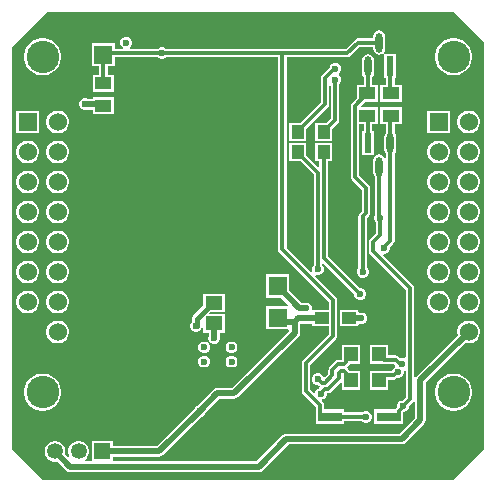
<source format=gbl>
G04*
G04 #@! TF.GenerationSoftware,Altium Limited,Altium Designer,22.3.1 (43)*
G04*
G04 Layer_Physical_Order=4*
G04 Layer_Color=16711680*
%FSLAX25Y25*%
%MOIN*%
G70*
G04*
G04 #@! TF.SameCoordinates,2B40A856-6C47-4DC4-A76D-FC4A54A6A395*
G04*
G04*
G04 #@! TF.FilePolarity,Positive*
G04*
G01*
G75*
%ADD11C,0.01575*%
%ADD20R,0.06127X0.05924*%
%ADD28R,0.05924X0.06127*%
%ADD44C,0.01968*%
%ADD45C,0.01181*%
%ADD47R,0.06024X0.06024*%
%ADD48C,0.06024*%
%ADD49C,0.05315*%
%ADD50R,0.05315X0.05315*%
%ADD51C,0.10827*%
%ADD52C,0.02362*%
%ADD53C,0.01968*%
%ADD54R,0.04528X0.04528*%
%ADD55R,0.04528X0.03937*%
%ADD56R,0.04182X0.04553*%
%ADD57R,0.02410X0.06524*%
G04:AMPARAMS|DCode=58|XSize=65.24mil|YSize=24.1mil|CornerRadius=12.05mil|HoleSize=0mil|Usage=FLASHONLY|Rotation=270.000|XOffset=0mil|YOffset=0mil|HoleType=Round|Shape=RoundedRectangle|*
%AMROUNDEDRECTD58*
21,1,0.06524,0.00000,0,0,270.0*
21,1,0.04114,0.02410,0,0,270.0*
1,1,0.02410,0.00000,-0.02057*
1,1,0.02410,0.00000,0.02057*
1,1,0.02410,0.00000,0.02057*
1,1,0.02410,0.00000,-0.02057*
%
%ADD58ROUNDEDRECTD58*%
%ADD59R,0.05709X0.04528*%
%ADD60R,0.05512X0.04134*%
%ADD61R,0.07874X0.03150*%
G36*
X159449Y136417D02*
Y787D01*
X149016Y-9646D01*
X12402D01*
X1969Y787D01*
Y134843D01*
X13583Y146457D01*
X149409D01*
X159449Y136417D01*
D02*
G37*
%LPC*%
G36*
X124409Y140311D02*
X123632Y140156D01*
X122973Y139716D01*
X122533Y139057D01*
X122378Y138280D01*
Y137628D01*
X117325D01*
X116787Y137521D01*
X116332Y137216D01*
X113237Y134122D01*
X53387D01*
X53123Y134385D01*
X52399Y134685D01*
X51616D01*
X50893Y134385D01*
X50629Y134122D01*
X41496D01*
X41408Y134291D01*
X41342Y134622D01*
X41826Y135105D01*
X42126Y135829D01*
Y136612D01*
X41826Y137336D01*
X41273Y137889D01*
X40549Y138189D01*
X39766D01*
X39042Y137889D01*
X38489Y137336D01*
X38189Y136612D01*
Y135829D01*
X38489Y135105D01*
X38973Y134622D01*
X38907Y134291D01*
X38819Y134122D01*
X36331D01*
Y136030D01*
X28629D01*
Y128531D01*
X31075D01*
Y125492D01*
X28937D01*
Y119783D01*
X36024D01*
Y125492D01*
X33885D01*
Y128531D01*
X36331D01*
Y131312D01*
X50629D01*
X50893Y131048D01*
X51616Y130748D01*
X52399D01*
X53123Y131048D01*
X53387Y131312D01*
X90721D01*
Y67323D01*
X90828Y66785D01*
X91132Y66329D01*
X107650Y49812D01*
Y47244D01*
X102430D01*
X102165Y47245D01*
X101969Y47662D01*
Y48029D01*
X101669Y48753D01*
X101115Y49307D01*
X100392Y49606D01*
X99608D01*
X99399Y49520D01*
X98606D01*
X94304Y53822D01*
Y58969D01*
X86805D01*
Y51267D01*
X91749D01*
X94177Y48839D01*
X93970Y48339D01*
X86805D01*
Y40637D01*
X94069D01*
X94276Y40137D01*
X75311Y21173D01*
X75285D01*
X75045Y21272D01*
X74261D01*
X73870Y21110D01*
X70485D01*
X69794Y20973D01*
X69208Y20581D01*
X63843Y15217D01*
X63452Y15055D01*
X62898Y14501D01*
X62736Y14109D01*
X50386Y1759D01*
X45119D01*
X44882Y1806D01*
X35531D01*
Y3445D01*
X28642D01*
Y-3312D01*
X26366D01*
X26232Y-2812D01*
X26328Y-2757D01*
X26969Y-2115D01*
X27423Y-1330D01*
X27657Y-453D01*
Y453D01*
X27423Y1330D01*
X26969Y2115D01*
X26328Y2757D01*
X25542Y3210D01*
X24666Y3445D01*
X23759D01*
X22883Y3210D01*
X22097Y2757D01*
X21456Y2115D01*
X21002Y1330D01*
X20768Y453D01*
Y-453D01*
X21002Y-1330D01*
X21102Y-1501D01*
X20701Y-1808D01*
X19691Y-798D01*
X19783Y-453D01*
Y453D01*
X19549Y1330D01*
X19095Y2115D01*
X18454Y2757D01*
X17668Y3210D01*
X16792Y3445D01*
X15885D01*
X15009Y3210D01*
X14223Y2757D01*
X13582Y2115D01*
X13128Y1330D01*
X12894Y453D01*
Y-453D01*
X13128Y-1330D01*
X13582Y-2115D01*
X14223Y-2757D01*
X15009Y-3210D01*
X15885Y-3445D01*
X16792D01*
X17137Y-3353D01*
X20179Y-6395D01*
X20765Y-6787D01*
X21457Y-6925D01*
X84252D01*
X84943Y-6787D01*
X85529Y-6395D01*
X94252Y2327D01*
X131890D01*
X132581Y2465D01*
X133167Y2857D01*
X139466Y9156D01*
X139858Y9742D01*
X139995Y10433D01*
Y23031D01*
X153125Y36161D01*
X153712Y36004D01*
X154713D01*
X155679Y36263D01*
X156545Y36763D01*
X157253Y37470D01*
X157753Y38337D01*
X158012Y39303D01*
Y40303D01*
X157753Y41270D01*
X157253Y42136D01*
X156545Y42843D01*
X155679Y43343D01*
X154713Y43602D01*
X153712D01*
X152746Y43343D01*
X151880Y42843D01*
X151172Y42136D01*
X150672Y41270D01*
X150413Y40303D01*
Y39303D01*
X150571Y38716D01*
X136912Y25057D01*
X136813Y24909D01*
X136134Y24788D01*
X136051Y24847D01*
Y54528D01*
X135944Y55065D01*
X135639Y55521D01*
X125728Y65432D01*
X125935Y65932D01*
X126376D01*
X127099Y66232D01*
X127653Y66786D01*
X127953Y67509D01*
Y68090D01*
X129143Y69280D01*
X129448Y69736D01*
X129555Y70274D01*
Y99244D01*
X129586Y99265D01*
X130026Y99924D01*
X130181Y100701D01*
Y104815D01*
X130026Y105593D01*
X129586Y106252D01*
X129555Y106273D01*
Y108957D01*
X131890D01*
Y114665D01*
X124803D01*
Y108957D01*
X126745D01*
Y106273D01*
X126713Y106252D01*
X126273Y105593D01*
X126118Y104815D01*
Y100701D01*
X126273Y99924D01*
X126713Y99265D01*
X126745Y99244D01*
Y97860D01*
X126484Y97777D01*
X126245Y97776D01*
X125846Y98373D01*
X125187Y98814D01*
X124409Y98968D01*
X123632Y98814D01*
X123339Y98618D01*
X123042Y98419D01*
X122662Y98739D01*
X122662Y99200D01*
Y106807D01*
X122074D01*
Y108957D01*
X124016D01*
Y114665D01*
X118487D01*
X118295Y115127D01*
X119605Y116437D01*
X124016D01*
Y122146D01*
X122074D01*
Y124830D01*
X122106Y124851D01*
X122546Y125510D01*
X122701Y126287D01*
Y130401D01*
X122546Y131179D01*
X122106Y131838D01*
X121447Y132278D01*
X120669Y132433D01*
X119892Y132278D01*
X119233Y131838D01*
X118792Y131179D01*
X118638Y130401D01*
Y126287D01*
X118792Y125510D01*
X119233Y124851D01*
X119264Y124830D01*
Y122146D01*
X116929D01*
Y117735D01*
X115345Y116151D01*
X115041Y115695D01*
X114934Y115157D01*
Y91536D01*
X115041Y90998D01*
X115345Y90542D01*
X118674Y87213D01*
Y80171D01*
X117904Y79401D01*
X117600Y78945D01*
X117493Y78408D01*
Y61221D01*
X117229Y60958D01*
X116929Y60234D01*
Y59451D01*
X117229Y58727D01*
X117783Y58174D01*
X118506Y57874D01*
X119289D01*
X120013Y58174D01*
X120566Y58727D01*
X120866Y59451D01*
Y60234D01*
X120566Y60958D01*
X120303Y61221D01*
Y77826D01*
X121072Y78596D01*
X121377Y79051D01*
X121484Y79589D01*
Y87795D01*
X121377Y88333D01*
X121072Y88789D01*
X117744Y92117D01*
Y108957D01*
X119264D01*
Y106807D01*
X118677D01*
Y98709D01*
X122168D01*
X122642Y98709D01*
X122651Y98699D01*
X122940Y98324D01*
X122533Y97714D01*
X122378Y96937D01*
Y92823D01*
X122533Y92045D01*
X122973Y91386D01*
X123103Y91299D01*
Y79036D01*
X122938Y78871D01*
X122638Y78148D01*
Y77364D01*
X122938Y76641D01*
X123201Y76377D01*
Y72629D01*
X121448Y70875D01*
X121143Y70420D01*
X121036Y69882D01*
Y66732D01*
X121143Y66195D01*
X121448Y65739D01*
X133241Y53946D01*
Y31410D01*
X132741Y31076D01*
X132341Y31241D01*
X131558D01*
X131343Y31152D01*
X130892Y31604D01*
X130436Y31908D01*
X129899Y32015D01*
X127362D01*
Y35335D01*
X121260D01*
Y29232D01*
X125848D01*
X125984Y29205D01*
X129317D01*
X129834Y28688D01*
X129760Y28145D01*
X129730Y28103D01*
X129594Y28047D01*
X129040Y27493D01*
X128740Y26770D01*
Y26716D01*
X128724Y26700D01*
X124773D01*
X124637Y26673D01*
X121260D01*
Y20571D01*
X127362D01*
Y23890D01*
X129306D01*
X129844Y23997D01*
X130300Y24302D01*
X130408Y24409D01*
X131100D01*
X131824Y24709D01*
X132378Y25263D01*
X132677Y25986D01*
Y26770D01*
X132596Y26965D01*
X132741Y27084D01*
X133241Y26847D01*
Y18144D01*
X132026Y16929D01*
X131892D01*
X131168Y16629D01*
X130615Y16076D01*
X130315Y15352D01*
Y14891D01*
X129912Y14488D01*
X129607Y14032D01*
X129596Y13976D01*
X122835D01*
Y9252D01*
X132283D01*
Y12463D01*
X132310Y12598D01*
Y12912D01*
X132390Y12992D01*
X132675D01*
X133398Y13292D01*
X133952Y13846D01*
X134252Y14569D01*
Y15181D01*
X135639Y16568D01*
X135883Y16933D01*
X136331Y16870D01*
X136383Y16849D01*
Y11181D01*
X131141Y5940D01*
X93504D01*
X92813Y5803D01*
X92227Y5411D01*
X83504Y-3312D01*
X35531D01*
Y-1806D01*
X44644D01*
X44882Y-1854D01*
X51134D01*
X51825Y-1716D01*
X52411Y-1324D01*
X65290Y11555D01*
X65682Y11717D01*
X66236Y12271D01*
X66398Y12662D01*
X71233Y17498D01*
X73870D01*
X74261Y17335D01*
X75045D01*
X75587Y17560D01*
X76060D01*
X76751Y17698D01*
X77337Y18089D01*
X97583Y38336D01*
X97975Y38922D01*
X98112Y39613D01*
Y42417D01*
X98180Y42485D01*
X102165D01*
Y41732D01*
X107650D01*
Y39165D01*
X99007Y30521D01*
X98702Y30065D01*
X98595Y29528D01*
Y20079D01*
X98702Y19541D01*
X99007Y19085D01*
X103320Y14772D01*
Y12598D01*
X103347Y12463D01*
Y9252D01*
X112795D01*
Y10209D01*
X118503D01*
X118964Y9748D01*
X119687Y9449D01*
X120470D01*
X121194Y9748D01*
X121748Y10302D01*
X122047Y11026D01*
Y11809D01*
X121748Y12532D01*
X121194Y13086D01*
X120470Y13386D01*
X119687D01*
X118964Y13086D01*
X118897Y13019D01*
X112795D01*
Y13976D01*
X106129D01*
Y15354D01*
X106022Y15892D01*
X105718Y16348D01*
X105243Y16823D01*
X105434Y17285D01*
X105472D01*
X106195Y17585D01*
X106749Y18138D01*
X107049Y18862D01*
Y19306D01*
X107335D01*
X107873Y19413D01*
X108329Y19717D01*
X111546Y22934D01*
X112008Y22743D01*
Y20571D01*
X118110D01*
Y26673D01*
X114691D01*
X114684Y26708D01*
X114379Y27164D01*
X113932Y27612D01*
X113742Y27953D01*
X113932Y28294D01*
X114379Y28742D01*
X114684Y29197D01*
X114691Y29232D01*
X118110D01*
Y35335D01*
X112008D01*
Y30746D01*
X111981Y30610D01*
Y30448D01*
X110812D01*
X110274Y30341D01*
X109819Y30037D01*
X107849Y28067D01*
X107545Y27611D01*
X107438Y27074D01*
Y25884D01*
X106304Y24751D01*
X105715Y24868D01*
X105606Y25131D01*
X105052Y25685D01*
X104329Y25984D01*
X103545D01*
X102822Y25685D01*
X102268Y25131D01*
X101969Y24407D01*
Y23624D01*
X102268Y22901D01*
X102822Y22347D01*
X103545Y22047D01*
X104077D01*
X104226Y21898D01*
X104547Y21684D01*
X104526Y21179D01*
X104515Y21150D01*
X103965Y20922D01*
X103411Y20369D01*
X103112Y19645D01*
Y19607D01*
X102650Y19416D01*
X101405Y20661D01*
Y28946D01*
X110049Y37589D01*
X110353Y38045D01*
X110460Y38583D01*
Y50394D01*
X110353Y50931D01*
X110049Y51387D01*
X103153Y58283D01*
X103436Y58707D01*
X103545Y58661D01*
X104329D01*
X105052Y58961D01*
X105606Y59515D01*
X105905Y60238D01*
Y61022D01*
X105606Y61745D01*
X105342Y62009D01*
Y62490D01*
X105804Y62682D01*
X116142Y52344D01*
Y51971D01*
X116441Y51247D01*
X116995Y50693D01*
X117719Y50394D01*
X118502D01*
X119225Y50693D01*
X119779Y51247D01*
X120079Y51971D01*
Y52754D01*
X119779Y53477D01*
X119225Y54031D01*
X118502Y54331D01*
X118129D01*
X107310Y65149D01*
Y96736D01*
X108784D01*
Y102864D01*
X103027D01*
Y96736D01*
X104501D01*
Y94998D01*
X104039Y94806D01*
X100122Y98723D01*
Y102864D01*
X94366D01*
Y96736D01*
X98135D01*
X102532Y92339D01*
Y62009D01*
X102268Y61745D01*
X101969Y61022D01*
Y60238D01*
X102014Y60129D01*
X101590Y59846D01*
X93531Y67905D01*
Y131312D01*
X113819D01*
X114357Y131419D01*
X114812Y131723D01*
X117907Y134818D01*
X122378D01*
Y134166D01*
X122533Y133388D01*
X122973Y132729D01*
X123632Y132289D01*
X124409Y132134D01*
X125187Y132289D01*
X125480Y132484D01*
X125777Y132683D01*
X126157Y132364D01*
X126157Y131902D01*
Y124295D01*
X126745D01*
Y122146D01*
X124803D01*
Y116437D01*
X131890D01*
Y122146D01*
X129555D01*
Y124295D01*
X130142D01*
Y132394D01*
X126651D01*
X126177Y132394D01*
X126168Y132403D01*
X125879Y132778D01*
X126286Y133388D01*
X126441Y134166D01*
Y138280D01*
X126286Y139057D01*
X125846Y139716D01*
X125187Y140156D01*
X124409Y140311D01*
D02*
G37*
G36*
X12815Y137697D02*
X11594D01*
X10396Y137459D01*
X9268Y136991D01*
X8252Y136313D01*
X7388Y135449D01*
X6710Y134433D01*
X6242Y133305D01*
X6004Y132107D01*
Y130885D01*
X6242Y129687D01*
X6710Y128559D01*
X7388Y127543D01*
X8252Y126680D01*
X9268Y126001D01*
X10396Y125533D01*
X11594Y125295D01*
X12815D01*
X14014Y125533D01*
X15142Y126001D01*
X16158Y126680D01*
X17021Y127543D01*
X17700Y128559D01*
X18167Y129687D01*
X18406Y130885D01*
Y132107D01*
X18167Y133305D01*
X17700Y134433D01*
X17021Y135449D01*
X16158Y136313D01*
X15142Y136991D01*
X14014Y137459D01*
X12815Y137697D01*
D02*
G37*
G36*
X149823Y137697D02*
X148602D01*
X147404Y137459D01*
X146275Y136991D01*
X145260Y136313D01*
X144396Y135449D01*
X143717Y134433D01*
X143250Y133305D01*
X143012Y132107D01*
Y130885D01*
X143250Y129687D01*
X143717Y128559D01*
X144396Y127543D01*
X145260Y126680D01*
X146275Y126001D01*
X147404Y125533D01*
X148602Y125295D01*
X149823D01*
X151021Y125533D01*
X152150Y126001D01*
X153165Y126680D01*
X154029Y127543D01*
X154708Y128559D01*
X155175Y129687D01*
X155413Y130885D01*
Y132107D01*
X155175Y133305D01*
X154708Y134433D01*
X154029Y135449D01*
X153165Y136313D01*
X152150Y136991D01*
X151021Y137459D01*
X149823Y137697D01*
D02*
G37*
G36*
X36024Y118012D02*
X28937D01*
Y117479D01*
X27314D01*
X26741Y117717D01*
X25958D01*
X25234Y117417D01*
X24680Y116863D01*
X24381Y116140D01*
Y115357D01*
X24680Y114633D01*
X25234Y114079D01*
X25958Y113779D01*
X26741D01*
X26950Y113866D01*
X28937D01*
Y112303D01*
X36024D01*
Y118012D01*
D02*
G37*
G36*
X154713Y113602D02*
X153712D01*
X152746Y113344D01*
X151880Y112843D01*
X151172Y112136D01*
X150672Y111270D01*
X150413Y110303D01*
Y109303D01*
X150672Y108337D01*
X151172Y107470D01*
X151880Y106763D01*
X152746Y106263D01*
X153712Y106004D01*
X154713D01*
X155679Y106263D01*
X156545Y106763D01*
X157253Y107470D01*
X157753Y108337D01*
X158012Y109303D01*
Y110303D01*
X157753Y111270D01*
X157253Y112136D01*
X156545Y112843D01*
X155679Y113344D01*
X154713Y113602D01*
D02*
G37*
G36*
X148012D02*
X140413D01*
Y106004D01*
X148012D01*
Y113602D01*
D02*
G37*
G36*
X17705D02*
X16704D01*
X15738Y113344D01*
X14872Y112843D01*
X14165Y112136D01*
X13664Y111270D01*
X13406Y110303D01*
Y109303D01*
X13664Y108337D01*
X14165Y107470D01*
X14872Y106763D01*
X15738Y106263D01*
X16704Y106004D01*
X17705D01*
X18671Y106263D01*
X19537Y106763D01*
X20245Y107470D01*
X20745Y108337D01*
X21004Y109303D01*
Y110303D01*
X20745Y111270D01*
X20245Y112136D01*
X19537Y112843D01*
X18671Y113344D01*
X17705Y113602D01*
D02*
G37*
G36*
X11004D02*
X3405D01*
Y106004D01*
X11004D01*
Y113602D01*
D02*
G37*
G36*
X110234Y129528D02*
X109451D01*
X108727Y129228D01*
X108174Y128674D01*
X107874Y127951D01*
Y127897D01*
X106800Y126823D01*
X106550Y126656D01*
X105306Y125412D01*
X105001Y124956D01*
X104894Y124418D01*
Y116322D01*
X98135Y109563D01*
X94366D01*
Y103436D01*
X100122D01*
Y107577D01*
X107293Y114747D01*
X107597Y115203D01*
X107704Y115740D01*
Y121806D01*
X108204Y122073D01*
X108241Y122049D01*
Y111007D01*
X106797Y109563D01*
X103027D01*
Y103436D01*
X108784D01*
Y107577D01*
X110639Y109432D01*
X110944Y109888D01*
X111051Y110425D01*
Y122538D01*
X111314Y122802D01*
X111614Y123526D01*
Y124309D01*
X111314Y125032D01*
X110986Y125361D01*
X110959Y125862D01*
X111034Y125966D01*
X111511Y126444D01*
X111811Y127167D01*
Y127951D01*
X111511Y128674D01*
X110958Y129228D01*
X110234Y129528D01*
D02*
G37*
G36*
X154713Y103602D02*
X153712D01*
X152746Y103343D01*
X151880Y102843D01*
X151172Y102136D01*
X150672Y101270D01*
X150413Y100303D01*
Y99303D01*
X150672Y98337D01*
X151172Y97470D01*
X151880Y96763D01*
X152746Y96263D01*
X153712Y96004D01*
X154713D01*
X155679Y96263D01*
X156545Y96763D01*
X157253Y97470D01*
X157753Y98337D01*
X158012Y99303D01*
Y100303D01*
X157753Y101270D01*
X157253Y102136D01*
X156545Y102843D01*
X155679Y103343D01*
X154713Y103602D01*
D02*
G37*
G36*
X144713D02*
X143712D01*
X142746Y103343D01*
X141880Y102843D01*
X141173Y102136D01*
X140672Y101270D01*
X140413Y100303D01*
Y99303D01*
X140672Y98337D01*
X141173Y97470D01*
X141880Y96763D01*
X142746Y96263D01*
X143712Y96004D01*
X144713D01*
X145679Y96263D01*
X146545Y96763D01*
X147253Y97470D01*
X147753Y98337D01*
X148012Y99303D01*
Y100303D01*
X147753Y101270D01*
X147253Y102136D01*
X146545Y102843D01*
X145679Y103343D01*
X144713Y103602D01*
D02*
G37*
G36*
X17705D02*
X16704D01*
X15738Y103343D01*
X14872Y102843D01*
X14165Y102136D01*
X13664Y101270D01*
X13406Y100303D01*
Y99303D01*
X13664Y98337D01*
X14165Y97470D01*
X14872Y96763D01*
X15738Y96263D01*
X16704Y96004D01*
X17705D01*
X18671Y96263D01*
X19537Y96763D01*
X20245Y97470D01*
X20745Y98337D01*
X21004Y99303D01*
Y100303D01*
X20745Y101270D01*
X20245Y102136D01*
X19537Y102843D01*
X18671Y103343D01*
X17705Y103602D01*
D02*
G37*
G36*
X7705D02*
X6705D01*
X5738Y103343D01*
X4872Y102843D01*
X4165Y102136D01*
X3664Y101270D01*
X3405Y100303D01*
Y99303D01*
X3664Y98337D01*
X4165Y97470D01*
X4872Y96763D01*
X5738Y96263D01*
X6705Y96004D01*
X7705D01*
X8671Y96263D01*
X9538Y96763D01*
X10245Y97470D01*
X10745Y98337D01*
X11004Y99303D01*
Y100303D01*
X10745Y101270D01*
X10245Y102136D01*
X9538Y102843D01*
X8671Y103343D01*
X7705Y103602D01*
D02*
G37*
G36*
X154713Y93602D02*
X153712D01*
X152746Y93343D01*
X151880Y92843D01*
X151172Y92136D01*
X150672Y91270D01*
X150413Y90303D01*
Y89303D01*
X150672Y88337D01*
X151172Y87470D01*
X151880Y86763D01*
X152746Y86263D01*
X153712Y86004D01*
X154713D01*
X155679Y86263D01*
X156545Y86763D01*
X157253Y87470D01*
X157753Y88337D01*
X158012Y89303D01*
Y90303D01*
X157753Y91270D01*
X157253Y92136D01*
X156545Y92843D01*
X155679Y93343D01*
X154713Y93602D01*
D02*
G37*
G36*
X144713D02*
X143712D01*
X142746Y93343D01*
X141880Y92843D01*
X141173Y92136D01*
X140672Y91270D01*
X140413Y90303D01*
Y89303D01*
X140672Y88337D01*
X141173Y87470D01*
X141880Y86763D01*
X142746Y86263D01*
X143712Y86004D01*
X144713D01*
X145679Y86263D01*
X146545Y86763D01*
X147253Y87470D01*
X147753Y88337D01*
X148012Y89303D01*
Y90303D01*
X147753Y91270D01*
X147253Y92136D01*
X146545Y92843D01*
X145679Y93343D01*
X144713Y93602D01*
D02*
G37*
G36*
X17705D02*
X16704D01*
X15738Y93343D01*
X14872Y92843D01*
X14165Y92136D01*
X13664Y91270D01*
X13406Y90303D01*
Y89303D01*
X13664Y88337D01*
X14165Y87470D01*
X14872Y86763D01*
X15738Y86263D01*
X16704Y86004D01*
X17705D01*
X18671Y86263D01*
X19537Y86763D01*
X20245Y87470D01*
X20745Y88337D01*
X21004Y89303D01*
Y90303D01*
X20745Y91270D01*
X20245Y92136D01*
X19537Y92843D01*
X18671Y93343D01*
X17705Y93602D01*
D02*
G37*
G36*
X7705D02*
X6705D01*
X5738Y93343D01*
X4872Y92843D01*
X4165Y92136D01*
X3664Y91270D01*
X3405Y90303D01*
Y89303D01*
X3664Y88337D01*
X4165Y87470D01*
X4872Y86763D01*
X5738Y86263D01*
X6705Y86004D01*
X7705D01*
X8671Y86263D01*
X9538Y86763D01*
X10245Y87470D01*
X10745Y88337D01*
X11004Y89303D01*
Y90303D01*
X10745Y91270D01*
X10245Y92136D01*
X9538Y92843D01*
X8671Y93343D01*
X7705Y93602D01*
D02*
G37*
G36*
X154713Y83602D02*
X153712D01*
X152746Y83343D01*
X151880Y82843D01*
X151172Y82136D01*
X150672Y81270D01*
X150413Y80303D01*
Y79303D01*
X150672Y78337D01*
X151172Y77470D01*
X151880Y76763D01*
X152746Y76263D01*
X153712Y76004D01*
X154713D01*
X155679Y76263D01*
X156545Y76763D01*
X157253Y77470D01*
X157753Y78337D01*
X158012Y79303D01*
Y80303D01*
X157753Y81270D01*
X157253Y82136D01*
X156545Y82843D01*
X155679Y83343D01*
X154713Y83602D01*
D02*
G37*
G36*
X144713D02*
X143712D01*
X142746Y83343D01*
X141880Y82843D01*
X141173Y82136D01*
X140672Y81270D01*
X140413Y80303D01*
Y79303D01*
X140672Y78337D01*
X141173Y77470D01*
X141880Y76763D01*
X142746Y76263D01*
X143712Y76004D01*
X144713D01*
X145679Y76263D01*
X146545Y76763D01*
X147253Y77470D01*
X147753Y78337D01*
X148012Y79303D01*
Y80303D01*
X147753Y81270D01*
X147253Y82136D01*
X146545Y82843D01*
X145679Y83343D01*
X144713Y83602D01*
D02*
G37*
G36*
X17705D02*
X16704D01*
X15738Y83343D01*
X14872Y82843D01*
X14165Y82136D01*
X13664Y81270D01*
X13406Y80303D01*
Y79303D01*
X13664Y78337D01*
X14165Y77470D01*
X14872Y76763D01*
X15738Y76263D01*
X16704Y76004D01*
X17705D01*
X18671Y76263D01*
X19537Y76763D01*
X20245Y77470D01*
X20745Y78337D01*
X21004Y79303D01*
Y80303D01*
X20745Y81270D01*
X20245Y82136D01*
X19537Y82843D01*
X18671Y83343D01*
X17705Y83602D01*
D02*
G37*
G36*
X7705D02*
X6705D01*
X5738Y83343D01*
X4872Y82843D01*
X4165Y82136D01*
X3664Y81270D01*
X3405Y80303D01*
Y79303D01*
X3664Y78337D01*
X4165Y77470D01*
X4872Y76763D01*
X5738Y76263D01*
X6705Y76004D01*
X7705D01*
X8671Y76263D01*
X9538Y76763D01*
X10245Y77470D01*
X10745Y78337D01*
X11004Y79303D01*
Y80303D01*
X10745Y81270D01*
X10245Y82136D01*
X9538Y82843D01*
X8671Y83343D01*
X7705Y83602D01*
D02*
G37*
G36*
X154713Y73602D02*
X153712D01*
X152746Y73343D01*
X151880Y72843D01*
X151172Y72136D01*
X150672Y71270D01*
X150413Y70303D01*
Y69303D01*
X150672Y68337D01*
X151172Y67470D01*
X151880Y66763D01*
X152746Y66263D01*
X153712Y66004D01*
X154713D01*
X155679Y66263D01*
X156545Y66763D01*
X157253Y67470D01*
X157753Y68337D01*
X158012Y69303D01*
Y70303D01*
X157753Y71270D01*
X157253Y72136D01*
X156545Y72843D01*
X155679Y73343D01*
X154713Y73602D01*
D02*
G37*
G36*
X144713D02*
X143712D01*
X142746Y73343D01*
X141880Y72843D01*
X141173Y72136D01*
X140672Y71270D01*
X140413Y70303D01*
Y69303D01*
X140672Y68337D01*
X141173Y67470D01*
X141880Y66763D01*
X142746Y66263D01*
X143712Y66004D01*
X144713D01*
X145679Y66263D01*
X146545Y66763D01*
X147253Y67470D01*
X147753Y68337D01*
X148012Y69303D01*
Y70303D01*
X147753Y71270D01*
X147253Y72136D01*
X146545Y72843D01*
X145679Y73343D01*
X144713Y73602D01*
D02*
G37*
G36*
X17705D02*
X16704D01*
X15738Y73343D01*
X14872Y72843D01*
X14165Y72136D01*
X13664Y71270D01*
X13406Y70303D01*
Y69303D01*
X13664Y68337D01*
X14165Y67470D01*
X14872Y66763D01*
X15738Y66263D01*
X16704Y66004D01*
X17705D01*
X18671Y66263D01*
X19537Y66763D01*
X20245Y67470D01*
X20745Y68337D01*
X21004Y69303D01*
Y70303D01*
X20745Y71270D01*
X20245Y72136D01*
X19537Y72843D01*
X18671Y73343D01*
X17705Y73602D01*
D02*
G37*
G36*
X7705D02*
X6705D01*
X5738Y73343D01*
X4872Y72843D01*
X4165Y72136D01*
X3664Y71270D01*
X3405Y70303D01*
Y69303D01*
X3664Y68337D01*
X4165Y67470D01*
X4872Y66763D01*
X5738Y66263D01*
X6705Y66004D01*
X7705D01*
X8671Y66263D01*
X9538Y66763D01*
X10245Y67470D01*
X10745Y68337D01*
X11004Y69303D01*
Y70303D01*
X10745Y71270D01*
X10245Y72136D01*
X9538Y72843D01*
X8671Y73343D01*
X7705Y73602D01*
D02*
G37*
G36*
X154713Y63602D02*
X153712D01*
X152746Y63343D01*
X151880Y62843D01*
X151172Y62136D01*
X150672Y61270D01*
X150413Y60303D01*
Y59303D01*
X150672Y58337D01*
X151172Y57470D01*
X151880Y56763D01*
X152746Y56263D01*
X153712Y56004D01*
X154713D01*
X155679Y56263D01*
X156545Y56763D01*
X157253Y57470D01*
X157753Y58337D01*
X158012Y59303D01*
Y60303D01*
X157753Y61270D01*
X157253Y62136D01*
X156545Y62843D01*
X155679Y63343D01*
X154713Y63602D01*
D02*
G37*
G36*
X144713D02*
X143712D01*
X142746Y63343D01*
X141880Y62843D01*
X141173Y62136D01*
X140672Y61270D01*
X140413Y60303D01*
Y59303D01*
X140672Y58337D01*
X141173Y57470D01*
X141880Y56763D01*
X142746Y56263D01*
X143712Y56004D01*
X144713D01*
X145679Y56263D01*
X146545Y56763D01*
X147253Y57470D01*
X147753Y58337D01*
X148012Y59303D01*
Y60303D01*
X147753Y61270D01*
X147253Y62136D01*
X146545Y62843D01*
X145679Y63343D01*
X144713Y63602D01*
D02*
G37*
G36*
X17705D02*
X16704D01*
X15738Y63343D01*
X14872Y62843D01*
X14165Y62136D01*
X13664Y61270D01*
X13406Y60303D01*
Y59303D01*
X13664Y58337D01*
X14165Y57470D01*
X14872Y56763D01*
X15738Y56263D01*
X16704Y56004D01*
X17705D01*
X18671Y56263D01*
X19537Y56763D01*
X20245Y57470D01*
X20745Y58337D01*
X21004Y59303D01*
Y60303D01*
X20745Y61270D01*
X20245Y62136D01*
X19537Y62843D01*
X18671Y63343D01*
X17705Y63602D01*
D02*
G37*
G36*
X7705D02*
X6705D01*
X5738Y63343D01*
X4872Y62843D01*
X4165Y62136D01*
X3664Y61270D01*
X3405Y60303D01*
Y59303D01*
X3664Y58337D01*
X4165Y57470D01*
X4872Y56763D01*
X5738Y56263D01*
X6705Y56004D01*
X7705D01*
X8671Y56263D01*
X9538Y56763D01*
X10245Y57470D01*
X10745Y58337D01*
X11004Y59303D01*
Y60303D01*
X10745Y61270D01*
X10245Y62136D01*
X9538Y62843D01*
X8671Y63343D01*
X7705Y63602D01*
D02*
G37*
G36*
X154713Y53602D02*
X153712D01*
X152746Y53343D01*
X151880Y52843D01*
X151172Y52136D01*
X150672Y51270D01*
X150413Y50303D01*
Y49303D01*
X150672Y48337D01*
X151172Y47470D01*
X151880Y46763D01*
X152746Y46263D01*
X153712Y46004D01*
X154713D01*
X155679Y46263D01*
X156545Y46763D01*
X157253Y47470D01*
X157753Y48337D01*
X158012Y49303D01*
Y50303D01*
X157753Y51270D01*
X157253Y52136D01*
X156545Y52843D01*
X155679Y53343D01*
X154713Y53602D01*
D02*
G37*
G36*
X144713D02*
X143712D01*
X142746Y53343D01*
X141880Y52843D01*
X141173Y52136D01*
X140672Y51270D01*
X140413Y50303D01*
Y49303D01*
X140672Y48337D01*
X141173Y47470D01*
X141880Y46763D01*
X142746Y46263D01*
X143712Y46004D01*
X144713D01*
X145679Y46263D01*
X146545Y46763D01*
X147253Y47470D01*
X147753Y48337D01*
X148012Y49303D01*
Y50303D01*
X147753Y51270D01*
X147253Y52136D01*
X146545Y52843D01*
X145679Y53343D01*
X144713Y53602D01*
D02*
G37*
G36*
X17705D02*
X16704D01*
X15738Y53343D01*
X14872Y52843D01*
X14165Y52136D01*
X13664Y51270D01*
X13406Y50303D01*
Y49303D01*
X13664Y48337D01*
X14165Y47470D01*
X14872Y46763D01*
X15738Y46263D01*
X16704Y46004D01*
X17705D01*
X18671Y46263D01*
X19537Y46763D01*
X20245Y47470D01*
X20745Y48337D01*
X21004Y49303D01*
Y50303D01*
X20745Y51270D01*
X20245Y52136D01*
X19537Y52843D01*
X18671Y53343D01*
X17705Y53602D01*
D02*
G37*
G36*
X7705D02*
X6705D01*
X5738Y53343D01*
X4872Y52843D01*
X4165Y52136D01*
X3664Y51270D01*
X3405Y50303D01*
Y49303D01*
X3664Y48337D01*
X4165Y47470D01*
X4872Y46763D01*
X5738Y46263D01*
X6705Y46004D01*
X7705D01*
X8671Y46263D01*
X9538Y46763D01*
X10245Y47470D01*
X10745Y48337D01*
X11004Y49303D01*
Y50303D01*
X10745Y51270D01*
X10245Y52136D01*
X9538Y52843D01*
X8671Y53343D01*
X7705Y53602D01*
D02*
G37*
G36*
X117520Y47244D02*
X111417D01*
Y41732D01*
X117520D01*
Y42027D01*
X118020Y42361D01*
X118112Y42323D01*
X118895D01*
X119619Y42623D01*
X120173Y43176D01*
X120472Y43900D01*
Y44683D01*
X120173Y45406D01*
X119619Y45960D01*
X118895Y46260D01*
X118112D01*
X118020Y46221D01*
X117520Y46443D01*
Y47244D01*
D02*
G37*
G36*
X17705Y43602D02*
X16704D01*
X15738Y43343D01*
X14872Y42843D01*
X14165Y42136D01*
X13664Y41270D01*
X13406Y40303D01*
Y39303D01*
X13664Y38337D01*
X14165Y37470D01*
X14872Y36763D01*
X15738Y36263D01*
X16704Y36004D01*
X17705D01*
X18671Y36263D01*
X19537Y36763D01*
X20245Y37470D01*
X20745Y38337D01*
X21004Y39303D01*
Y40303D01*
X20745Y41270D01*
X20245Y42136D01*
X19537Y42843D01*
X18671Y43343D01*
X17705Y43602D01*
D02*
G37*
G36*
X73130Y52559D02*
X65847D01*
Y48727D01*
X62401Y45282D01*
X62053Y44761D01*
X61931Y44147D01*
X61931Y44147D01*
Y43061D01*
X61717Y42847D01*
X61417Y42124D01*
Y41341D01*
X61717Y40617D01*
X62271Y40064D01*
X62994Y39764D01*
X63777D01*
X64501Y40064D01*
X65055Y40617D01*
X65354Y41341D01*
X65847Y41322D01*
Y39567D01*
X67682D01*
Y38578D01*
X67520Y38187D01*
Y37404D01*
X67819Y36680D01*
X68373Y36127D01*
X69097Y35827D01*
X69880D01*
X70603Y36127D01*
X71157Y36680D01*
X71457Y37404D01*
Y38187D01*
X71295Y38578D01*
Y39567D01*
X73130D01*
Y45669D01*
X68017D01*
X67830Y46106D01*
X68120Y46457D01*
X73130D01*
Y52559D01*
D02*
G37*
G36*
X75588Y36614D02*
X74805D01*
X74082Y36314D01*
X73528Y35761D01*
X73228Y35037D01*
Y34254D01*
X73528Y33531D01*
X74082Y32977D01*
X74805Y32677D01*
X75588D01*
X76312Y32977D01*
X76866Y33531D01*
X77165Y34254D01*
Y35037D01*
X76866Y35761D01*
X76312Y36314D01*
X75588Y36614D01*
D02*
G37*
G36*
X66533D02*
X65750D01*
X65027Y36314D01*
X64473Y35761D01*
X64173Y35037D01*
Y34254D01*
X64473Y33531D01*
X65027Y32977D01*
X65750Y32677D01*
X66533D01*
X67257Y32977D01*
X67811Y33531D01*
X68110Y34254D01*
Y35037D01*
X67811Y35761D01*
X67257Y36314D01*
X66533Y36614D01*
D02*
G37*
G36*
X75588Y31890D02*
X74805D01*
X74082Y31590D01*
X73528Y31036D01*
X73228Y30313D01*
Y29530D01*
X73528Y28806D01*
X74082Y28252D01*
X74805Y27953D01*
X75588D01*
X76312Y28252D01*
X76866Y28806D01*
X77165Y29530D01*
Y30313D01*
X76866Y31036D01*
X76312Y31590D01*
X75588Y31890D01*
D02*
G37*
G36*
X66533D02*
X65750D01*
X65027Y31590D01*
X64473Y31036D01*
X64173Y30313D01*
Y29530D01*
X64473Y28806D01*
X65027Y28252D01*
X65750Y27953D01*
X66533D01*
X67257Y28252D01*
X67811Y28806D01*
X68110Y29530D01*
Y30313D01*
X67811Y31036D01*
X67257Y31590D01*
X66533Y31890D01*
D02*
G37*
G36*
X149823Y25886D02*
X148602D01*
X147404Y25648D01*
X146275Y25180D01*
X145260Y24502D01*
X144396Y23638D01*
X143717Y22622D01*
X143250Y21494D01*
X143012Y20296D01*
Y19074D01*
X143250Y17876D01*
X143717Y16748D01*
X144396Y15732D01*
X145260Y14868D01*
X146275Y14190D01*
X147404Y13722D01*
X148602Y13484D01*
X149823D01*
X151021Y13722D01*
X152150Y14190D01*
X153165Y14868D01*
X154029Y15732D01*
X154708Y16748D01*
X155175Y17876D01*
X155413Y19074D01*
Y20296D01*
X155175Y21494D01*
X154708Y22622D01*
X154029Y23638D01*
X153165Y24502D01*
X152150Y25180D01*
X151021Y25648D01*
X149823Y25886D01*
D02*
G37*
G36*
X12815D02*
X11594D01*
X10396Y25648D01*
X9268Y25180D01*
X8252Y24502D01*
X7388Y23638D01*
X6710Y22622D01*
X6242Y21494D01*
X6004Y20296D01*
Y19074D01*
X6242Y17876D01*
X6710Y16748D01*
X7388Y15732D01*
X8252Y14868D01*
X9268Y14190D01*
X10396Y13722D01*
X11594Y13484D01*
X12815D01*
X14014Y13722D01*
X15142Y14190D01*
X16158Y14868D01*
X17021Y15732D01*
X17700Y16748D01*
X18167Y17876D01*
X18406Y19074D01*
Y20296D01*
X18167Y21494D01*
X17700Y22622D01*
X17021Y23638D01*
X16158Y24502D01*
X15142Y25180D01*
X14014Y25648D01*
X12815Y25886D01*
D02*
G37*
%LPD*%
D11*
X75607Y57185D02*
X77674Y55118D01*
X83461D01*
X75394Y52658D02*
X83461Y44590D01*
X75394Y52658D02*
Y57185D01*
X75607D01*
X63537Y41883D02*
Y44147D01*
X68898Y49508D01*
X63386Y41732D02*
X63537Y41883D01*
X83461Y44488D02*
Y44590D01*
X68898Y49508D02*
X69488D01*
D20*
X32480Y139373D02*
D03*
Y132280D02*
D03*
D28*
X83461Y44488D02*
D03*
X90554D02*
D03*
X83461Y55118D02*
D03*
X90554D02*
D03*
D44*
X118429Y44367D02*
X118504Y44291D01*
X114469Y44488D02*
X114590Y44367D01*
X118429D01*
X116460Y-469D02*
X116535Y-394D01*
X120669D02*
X125197Y-4921D01*
X110433D02*
X114885Y-469D01*
X116535Y-394D02*
X120669D01*
X114885Y-469D02*
X116460D01*
X70485Y19304D02*
X74653D01*
X64567Y13386D02*
X70485Y19304D01*
X74485Y19367D02*
X76060D01*
X26425Y115673D02*
X31965D01*
X26349Y115748D02*
X26425Y115673D01*
X90554Y55017D02*
Y55118D01*
Y55017D02*
X97858Y47713D01*
X99925D01*
X100000Y47638D01*
X91771Y43272D02*
X96306D01*
X90554Y44488D02*
X91771Y43272D01*
X105020Y44291D02*
X105217Y44488D01*
X97432Y44291D02*
X105020D01*
X96413Y43272D02*
X97432Y44291D01*
X96306Y43272D02*
X96413D01*
X76060Y19367D02*
X96306Y39613D01*
Y43272D01*
X51134Y-47D02*
X64567Y13386D01*
X44882Y-47D02*
X51134D01*
X32087Y0D02*
X44882D01*
X21457Y-5118D02*
X84252D01*
X93504Y4134D02*
X131890D01*
X84252Y-5118D02*
X93504Y4134D01*
X16339Y0D02*
X21457Y-5118D01*
X131890Y4134D02*
X138189Y10433D01*
Y23779D02*
X154213Y39803D01*
X138189Y10433D02*
Y23779D01*
X108071Y-4921D02*
X110433D01*
X125197D02*
X127559D01*
X44882Y-47D02*
Y0D01*
X69488Y37795D02*
Y42618D01*
X31965Y115673D02*
X32480Y115157D01*
X37524Y141351D02*
X38929Y142756D01*
X39035D01*
X32480Y139373D02*
X34458Y141351D01*
X37524D01*
D45*
X109523Y127559D02*
X109843D01*
X107627Y125663D02*
X109523Y127559D01*
X107544Y125663D02*
X107627D01*
X106299Y124418D02*
X107544Y125663D01*
X134646Y17562D02*
Y54528D01*
X132283Y15199D02*
X134646Y17562D01*
X122441Y66732D02*
X134646Y54528D01*
X125984Y67901D02*
Y68108D01*
X97244Y99614D02*
X103937Y92921D01*
Y60630D02*
Y92921D01*
X129899Y30610D02*
X131010Y29499D01*
X129306Y25295D02*
X130389Y26378D01*
X130709D01*
X124773Y25295D02*
X129306D01*
X131723Y29499D02*
X131949Y29273D01*
X131010Y29499D02*
X131723D01*
X125984Y30610D02*
X129899D01*
X124311Y32283D02*
X125984Y30610D01*
X123099Y23622D02*
X124773Y25295D01*
X123035Y23622D02*
X123099D01*
X106432Y22892D02*
X108843Y25302D01*
Y27074D01*
X112694Y29043D02*
X113386Y29735D01*
Y30610D01*
X115059Y32283D01*
X108843Y27074D02*
X110812Y29043D01*
X105080Y19253D02*
Y19428D01*
X111024Y26170D02*
X111715Y26862D01*
X112694D01*
X111024Y24399D02*
Y26170D01*
X105219Y22892D02*
X106432D01*
X106363Y20711D02*
X107335D01*
X112694Y26862D02*
X113386Y26170D01*
X107335Y20711D02*
X111024Y24399D01*
X103937Y24016D02*
X104095D01*
X105080Y19428D02*
X106363Y20711D01*
X113386Y25295D02*
Y26170D01*
Y25295D02*
X115059Y23622D01*
X110812Y29043D02*
X112694D01*
X104095Y24016D02*
X105219Y22892D01*
X100000Y29528D02*
X109055Y38583D01*
Y50394D01*
X92126Y67323D02*
X109055Y50394D01*
X92126Y67323D02*
Y132717D01*
X100000Y20079D02*
Y29528D01*
X104724Y12598D02*
X105709Y11614D01*
X104724Y12598D02*
Y15354D01*
X100000Y20079D02*
X104724Y15354D01*
X105709Y11614D02*
X108071D01*
X132283Y14961D02*
Y15199D01*
Y14872D02*
Y14961D01*
X124508Y77854D02*
Y94880D01*
X130905Y13494D02*
X132283Y14872D01*
X130905Y12598D02*
Y13494D01*
X129921Y11614D02*
X130905Y12598D01*
X127559Y11614D02*
X129921D01*
X108071D02*
X119882D01*
X120079Y11417D01*
X105905Y64567D02*
X118110Y52362D01*
X105905Y64567D02*
Y99800D01*
X97244Y99614D02*
Y99800D01*
X106299Y115740D02*
Y124418D01*
X97244Y106685D02*
X106299Y115740D01*
X97244Y106499D02*
Y106685D01*
X105905Y106499D02*
Y106685D01*
X109646Y110425D01*
X125984Y68108D02*
X128150Y70274D01*
Y111614D01*
X122441Y69882D02*
X124606Y72047D01*
X122441Y66732D02*
Y69882D01*
X124606Y72047D02*
Y77756D01*
X128150Y111614D02*
X128347Y111811D01*
X52008Y132717D02*
X92126D01*
X113819D01*
X120669Y102758D02*
Y111614D01*
X120472Y111811D02*
X120669Y111614D01*
X120079Y79589D02*
Y87795D01*
X116339Y91536D02*
Y115157D01*
Y91536D02*
X120079Y87795D01*
X128150Y119488D02*
Y128344D01*
Y119488D02*
X128347Y119291D01*
X120669Y119488D02*
Y128344D01*
X120472Y119291D02*
X120669Y119488D01*
X117325Y136223D02*
X124409D01*
X116339Y115157D02*
X120472Y119291D01*
X113819Y132717D02*
X117325Y136223D01*
X32480Y122638D02*
Y132280D01*
X32917Y132717D02*
X52008D01*
X32480Y132280D02*
X32917Y132717D01*
X118898Y78408D02*
X120079Y79589D01*
X118898Y59842D02*
Y78408D01*
X124508Y77854D02*
X124606Y77756D01*
X109646Y110425D02*
Y123917D01*
D47*
X144213Y109803D02*
D03*
X7205D02*
D03*
D48*
X154213D02*
D03*
X144213Y99803D02*
D03*
X154213D02*
D03*
X144213Y89803D02*
D03*
X154213D02*
D03*
X144213Y79803D02*
D03*
X154213D02*
D03*
X144213Y69803D02*
D03*
X154213D02*
D03*
X144213Y59803D02*
D03*
X154213D02*
D03*
X144213Y49803D02*
D03*
X154213D02*
D03*
X144213Y39803D02*
D03*
X154213D02*
D03*
X17205Y109803D02*
D03*
X7205Y99803D02*
D03*
X17205D02*
D03*
X7205Y89803D02*
D03*
X17205D02*
D03*
X7205Y79803D02*
D03*
X17205D02*
D03*
X7205Y69803D02*
D03*
X17205D02*
D03*
X7205Y59803D02*
D03*
X17205D02*
D03*
X7205Y49803D02*
D03*
X17205D02*
D03*
X7205Y39803D02*
D03*
X17205D02*
D03*
D49*
X16339Y0D02*
D03*
X24213D02*
D03*
D50*
X32087D02*
D03*
D51*
X12205Y131496D02*
D03*
Y19685D02*
D03*
X149213D02*
D03*
Y131496D02*
D03*
D52*
X118504Y44291D02*
D03*
X99508Y38976D02*
D03*
X75394Y57185D02*
D03*
X82776Y14567D02*
D03*
X109843Y127559D02*
D03*
X75984Y12598D02*
D03*
X116535Y-394D02*
D03*
X74653Y19304D02*
D03*
X125984Y67901D02*
D03*
X26772Y112205D02*
D03*
X26349Y115748D02*
D03*
X74803Y115118D02*
D03*
X77559Y117874D02*
D03*
X80315Y115118D02*
D03*
X77559Y112362D02*
D03*
X72047D02*
D03*
Y106850D02*
D03*
X74803Y109606D02*
D03*
X72047Y117874D02*
D03*
X77559Y106850D02*
D03*
X80315Y109606D02*
D03*
X69291D02*
D03*
Y115118D02*
D03*
X58268Y65748D02*
D03*
X63386Y41732D02*
D03*
X130709Y26378D02*
D03*
X131949Y29273D02*
D03*
X105080Y19253D02*
D03*
X103937Y24016D02*
D03*
X100000Y47638D02*
D03*
X96306Y43272D02*
D03*
X75197Y34646D02*
D03*
Y29921D02*
D03*
X132283Y14961D02*
D03*
X120079Y11417D02*
D03*
X64567Y13386D02*
D03*
X103937Y60630D02*
D03*
X118110Y52362D02*
D03*
X124606Y77756D02*
D03*
X36614Y17520D02*
D03*
Y21260D02*
D03*
X42520D02*
D03*
X48425Y21457D02*
D03*
X54331D02*
D03*
X54528Y55512D02*
D03*
X48622D02*
D03*
X42717Y55315D02*
D03*
X36811D02*
D03*
X69488Y37795D02*
D03*
X118898Y59842D02*
D03*
X92716Y-3347D02*
D03*
X66142Y29921D02*
D03*
Y34646D02*
D03*
X120669Y142520D02*
D03*
X40157Y136221D02*
D03*
X39035Y142756D02*
D03*
X109646Y123917D02*
D03*
X52008Y132717D02*
D03*
D53*
X43307Y41929D02*
D03*
X47638D02*
D03*
X43307Y37598D02*
D03*
X47638D02*
D03*
X43307Y33268D02*
D03*
X47638D02*
D03*
D54*
X124311Y23622D02*
D03*
X115059D02*
D03*
X124311Y32283D02*
D03*
X115059D02*
D03*
D55*
X105217Y44488D02*
D03*
X114469D02*
D03*
D56*
X97244Y99800D02*
D03*
Y106499D02*
D03*
X105905Y99800D02*
D03*
Y106499D02*
D03*
D57*
X120669Y102758D02*
D03*
X128150Y128344D02*
D03*
D58*
Y102758D02*
D03*
X124409Y94880D02*
D03*
X120669Y128344D02*
D03*
X124409Y136223D02*
D03*
D59*
X69488Y42618D02*
D03*
Y49508D02*
D03*
D60*
X32480Y122638D02*
D03*
Y115157D02*
D03*
X120472Y111811D02*
D03*
Y119291D02*
D03*
X128347D02*
D03*
Y111811D02*
D03*
D61*
X108071Y-4921D02*
D03*
Y11614D02*
D03*
X127559Y-4921D02*
D03*
Y11614D02*
D03*
M02*

</source>
